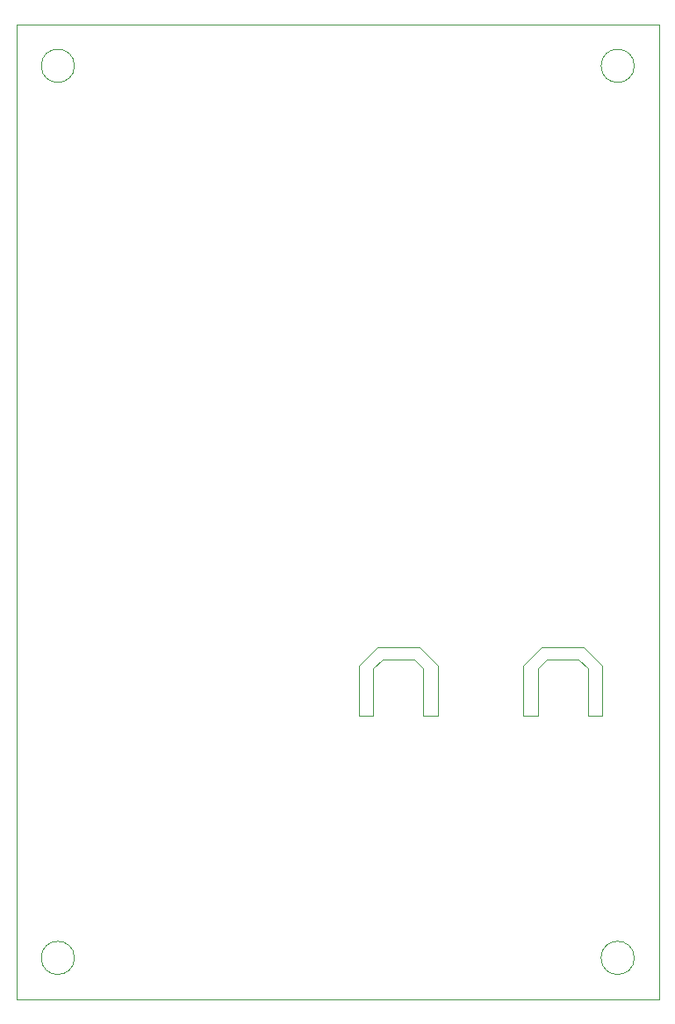
<source format=gm1>
G04 #@! TF.GenerationSoftware,KiCad,Pcbnew,8.0.7*
G04 #@! TF.CreationDate,2025-01-28T00:38:19+01:00*
G04 #@! TF.ProjectId,CustomTemperatureController,43757374-6f6d-4546-956d-706572617475,rev?*
G04 #@! TF.SameCoordinates,Original*
G04 #@! TF.FileFunction,Profile,NP*
%FSLAX46Y46*%
G04 Gerber Fmt 4.6, Leading zero omitted, Abs format (unit mm)*
G04 Created by KiCad (PCBNEW 8.0.7) date 2025-01-28 00:38:19*
%MOMM*%
%LPD*%
G01*
G04 APERTURE LIST*
G04 #@! TA.AperFunction,Profile*
%ADD10C,0.050000*%
G04 #@! TD*
G04 APERTURE END LIST*
D10*
X138600000Y-146000000D02*
G75*
G02*
X135400000Y-146000000I-1600000J0D01*
G01*
X135400000Y-146000000D02*
G75*
G02*
X138600000Y-146000000I1600000J0D01*
G01*
X84600000Y-146000000D02*
G75*
G02*
X81400000Y-146000000I-1600000J0D01*
G01*
X81400000Y-146000000D02*
G75*
G02*
X84600000Y-146000000I1600000J0D01*
G01*
X84600000Y-60000000D02*
G75*
G02*
X81400000Y-60000000I-1600000J0D01*
G01*
X81400000Y-60000000D02*
G75*
G02*
X84600000Y-60000000I1600000J0D01*
G01*
X138600000Y-60000000D02*
G75*
G02*
X135400000Y-60000000I-1600000J0D01*
G01*
X135400000Y-60000000D02*
G75*
G02*
X138600000Y-60000000I1600000J0D01*
G01*
X127889000Y-122682000D02*
X127889000Y-117856000D01*
X133731000Y-116078000D02*
X135509000Y-117856000D01*
X133223000Y-117221000D02*
X134112000Y-118110000D01*
X134112000Y-122682000D02*
X134112000Y-118110000D01*
X135509000Y-122682000D02*
X135509000Y-117856000D01*
X133731000Y-116078000D02*
X129667000Y-116078000D01*
X130175000Y-117221000D02*
X129286000Y-118110000D01*
X135509000Y-122682000D02*
X134112000Y-122682000D01*
X129286000Y-118110000D02*
X129286000Y-122682000D01*
X129286000Y-122682000D02*
X127889000Y-122682000D01*
X133223000Y-117221000D02*
X130175000Y-117221000D01*
X127889000Y-117856000D02*
X129667000Y-116078000D01*
X112014000Y-117856000D02*
X113792000Y-116078000D01*
X117856000Y-116078000D02*
X113792000Y-116078000D01*
X117856000Y-116078000D02*
X119634000Y-117856000D01*
X119634000Y-122682000D02*
X118237000Y-122682000D01*
X117348000Y-117221000D02*
X118237000Y-118110000D01*
X118237000Y-122682000D02*
X118237000Y-118110000D01*
X119634000Y-122682000D02*
X119634000Y-117856000D01*
X112014000Y-122682000D02*
X112014000Y-117856000D01*
X113411000Y-122682000D02*
X112014000Y-122682000D01*
X113411000Y-118110000D02*
X113411000Y-122682000D01*
X114300000Y-117221000D02*
X113411000Y-118110000D01*
X117348000Y-117221000D02*
X114300000Y-117221000D01*
X141000000Y-56000000D02*
X79000000Y-56000000D01*
X79000000Y-150000000D02*
X141000000Y-150000000D01*
X141000000Y-150000000D02*
X141000000Y-56000000D01*
X79000000Y-56000000D02*
X79000000Y-150000000D01*
M02*

</source>
